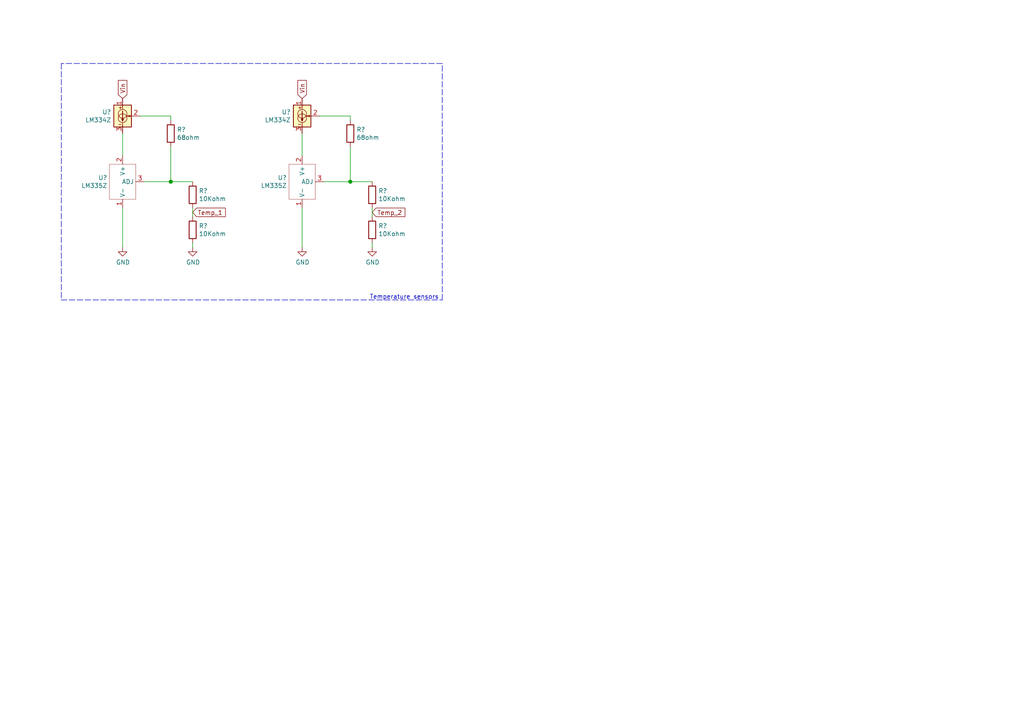
<source format=kicad_sch>
(kicad_sch (version 20210126) (generator eeschema)
  (paper "A4")
  (lib_symbols
    (symbol "00_LIB:LM335Z"
      (property "Reference" "U" (at -7.62 -1.27 0))
      (property "Value" "LM335Z" (at -8.89 1.27 0))
      (symbol "LM335Z_0_1"
        (rectangle (start -3.81 5.08) (end 3.81 -5.08) (stroke (width 0.0006)))
      )
      (symbol "LM335Z_1_1"
        (pin input line (at 0 7.62 270) (length 2.54) (name "V+") (number "2"))
        (pin input line (at 0 -7.62 90) (length 2.54) (name "V-") (number "1"))
        (pin input line (at 6.35 0 180) (length 2.54) (name "ADJ") (number "3"))
      )
    )
    (symbol "Device:R" (pin_numbers hide) (pin_names (offset 0))
      (property "Reference" "R" (at 2.032 0 90))
      (property "Value" "R" (at 0 0 90))
      (symbol "R_0_1"
        (rectangle (start -1.016 -2.54) (end 1.016 2.54) (stroke (width 0.254)))
      )
      (symbol "R_1_1"
        (pin passive line (at 0 3.81 270) (length 1.27) (name "~") (number "1"))
        (pin passive line (at 0 -3.81 90) (length 1.27) (name "~") (number "2"))
      )
    )
    (symbol "Reference_Current:LM334Z"
      (property "Reference" "U" (at 0.635 6.35 0))
      (property "Value" "LM334Z" (at 0.635 4.445 0))
      (symbol "LM334Z_0_1"
        (circle (center 0 -0.635) (radius 1.27))
        (circle (center 0 0.635) (radius 1.27))
        (rectangle (start -2.54 3.175) (end 2.54 -3.175) (stroke (width 0.254)) (fill (type background)))
        (polyline (pts (xy -1.143 -2.413) (xy -0.381 -2.413)))
        (polyline (pts (xy -1.016 2.413) (xy -0.254 2.413)))
        (polyline (pts (xy -0.635 2.794) (xy -0.635 2.032)))
        (polyline (pts (xy 0 -1.905) (xy 0 -5.08)))
        (polyline (pts (xy 0 1.397) (xy 0 -1.397)) (stroke (width 0.254)))
        (polyline (pts (xy 0 5.08) (xy 0 1.905)))
        (polyline (pts (xy 2.54 0) (xy 1.27 0)))
        (polyline (pts (xy 0 -1.397) (xy -0.254 -0.889) (xy 0.254 -0.889) (xy 0 -1.397)) (stroke (width 0.254)))
        (polyline (pts (xy 1.27 0) (xy 2.159 0.254) (xy 2.159 -0.254) (xy 1.27 0)))
      )
      (symbol "LM334Z_1_1"
        (pin passive line (at 0 5.08 270) (length 2.54) (name "~") (number "1"))
        (pin passive line (at 5.08 0 180) (length 2.54) (name "~") (number "2"))
        (pin passive line (at 0 -5.08 90) (length 2.54) (name "~") (number "3"))
      )
    )
    (symbol "power:GND" (power) (pin_names (offset 0))
      (property "Value" "GND" (at 0 -3.81 0))
      (symbol "GND_0_1"
        (polyline (pts (xy 0 0) (xy 0 -1.27) (xy 1.27 -1.27) (xy 0 -2.54) (xy -1.27 -1.27) (xy 0 -1.27)))
      )
      (symbol "GND_1_1"
        (pin power_in line (at 0 0 270) (length 0) hide (name "GND") (number "1"))
      )
    )
  )
  (junction (at 49.53 52.705) (diameter 1.016))
  (junction (at 101.6 52.705) (diameter 1.016))
  (wire (pts (xy 35.56 38.735) (xy 35.56 45.085)))
  (wire (pts (xy 35.56 60.325) (xy 35.56 71.755)))
  (wire (pts (xy 40.64 33.655) (xy 49.53 33.655)))
  (wire (pts (xy 41.91 52.705) (xy 49.53 52.705)))
  (wire (pts (xy 49.53 33.655) (xy 49.53 34.925)))
  (wire (pts (xy 49.53 42.545) (xy 49.53 52.705)))
  (wire (pts (xy 55.88 52.705) (xy 49.53 52.705)))
  (wire (pts (xy 55.88 60.325) (xy 55.88 62.865)))
  (wire (pts (xy 55.88 70.485) (xy 55.88 71.755)))
  (wire (pts (xy 87.63 38.735) (xy 87.63 45.085)))
  (wire (pts (xy 87.63 60.325) (xy 87.63 71.755)))
  (wire (pts (xy 92.71 33.655) (xy 101.6 33.655)))
  (wire (pts (xy 93.98 52.705) (xy 101.6 52.705)))
  (wire (pts (xy 101.6 33.655) (xy 101.6 34.925)))
  (wire (pts (xy 101.6 42.545) (xy 101.6 52.705)))
  (wire (pts (xy 107.95 52.705) (xy 101.6 52.705)))
  (wire (pts (xy 107.95 60.325) (xy 107.95 62.865)))
  (wire (pts (xy 107.95 70.485) (xy 107.95 71.755)))
  (polyline (pts (xy 17.78 18.415) (xy 17.78 86.995)) (stroke (width 0) (type dash)))
  (polyline (pts (xy 17.78 86.995) (xy 128.27 86.995)) (stroke (width 0) (type dash)))
  (polyline (pts (xy 128.27 18.415) (xy 17.78 18.415)) (stroke (width 0) (type dash)))
  (polyline (pts (xy 128.27 86.995) (xy 128.27 18.415)) (stroke (width 0) (type dash)))
  (text "Temperature sensors " (at 128.27 86.995 180) (effects (font (size 1.27 1.27)) (justify right bottom)))
  (global_label "Vin" (shape input) (at 35.56 28.575 90) (property "Intersheet References" "${INTERSHEET_REFS}" (effects hide)))
  (global_label "Temp_1" (shape input) (at 55.88 61.595 0) (property "Intersheet References" "${INTERSHEET_REFS}" (effects hide)))
  (global_label "Vin" (shape input) (at 87.63 28.575 90) (property "Intersheet References" "${INTERSHEET_REFS}" (effects hide)))
  (global_label "Temp_2" (shape input) (at 107.95 61.595 0) (property "Intersheet References" "${INTERSHEET_REFS}" (effects hide)))
  (symbol (lib_id "power:GND") (at 35.56 71.755 0) (unit 1)
    (property "Reference" "#PWR?" (effects hide))
    (property "Value" "GND" (at 35.6743 76.0794 0))
  )
  (symbol (lib_id "power:GND") (at 55.88 71.755 0) (unit 1)
    (property "Reference" "#PWR?" (effects hide))
    (property "Value" "GND" (at 55.9943 76.0794 0))
  )
  (symbol (lib_id "power:GND") (at 87.63 71.755 0) (unit 1)
    (property "Reference" "#PWR?" (effects hide))
    (property "Value" "GND" (at 87.7443 76.0794 0))
  )
  (symbol (lib_id "power:GND") (at 107.95 71.755 0) (unit 1)
    (property "Reference" "#PWR?" (effects hide))
    (property "Value" "GND" (at 108.0643 76.0794 0))
  )
  (symbol (lib_id "Device:R") (at 49.53 38.735 0) (unit 1)
    (property "Reference" "R?" (at 51.3081 37.5856 0) (effects (justify left)))
    (property "Value" "68ohm" (at 51.308 39.884 0) (effects (justify left)))
    (property "Footprint" "Resistor_SMD:R_0805_2012Metric_Pad1.20x1.40mm_HandSolder" (effects hide))
  )
  (symbol (lib_id "Device:R") (at 55.88 56.515 0) (unit 1)
    (property "Reference" "R?" (at 57.6581 55.3656 0) (effects (justify left)))
    (property "Value" "10Kohm" (at 57.658 57.664 0) (effects (justify left)))
    (property "Footprint" "Resistor_SMD:R_0805_2012Metric_Pad1.20x1.40mm_HandSolder" (effects hide))
  )
  (symbol (lib_id "Device:R") (at 55.88 66.675 0) (unit 1)
    (property "Reference" "R?" (at 57.6581 65.5256 0) (effects (justify left)))
    (property "Value" "10Kohm" (at 57.658 67.824 0) (effects (justify left)))
    (property "Footprint" "Resistor_SMD:R_0805_2012Metric_Pad1.20x1.40mm_HandSolder" (effects hide))
  )
  (symbol (lib_id "Device:R") (at 101.6 38.735 0) (unit 1)
    (property "Reference" "R?" (at 103.3781 37.5856 0) (effects (justify left)))
    (property "Value" "68ohm" (at 103.378 39.884 0) (effects (justify left)))
    (property "Footprint" "Resistor_SMD:R_0805_2012Metric_Pad1.20x1.40mm_HandSolder" (effects hide))
  )
  (symbol (lib_id "Device:R") (at 107.95 56.515 0) (unit 1)
    (property "Reference" "R?" (at 109.7281 55.3656 0) (effects (justify left)))
    (property "Value" "10Kohm" (at 109.728 57.664 0) (effects (justify left)))
    (property "Footprint" "Resistor_SMD:R_0805_2012Metric_Pad1.20x1.40mm_HandSolder" (effects hide))
  )
  (symbol (lib_id "Device:R") (at 107.95 66.675 0) (unit 1)
    (property "Reference" "R?" (at 109.7281 65.5256 0) (effects (justify left)))
    (property "Value" "10Kohm" (at 109.728 67.824 0) (effects (justify left)))
    (property "Footprint" "Resistor_SMD:R_0805_2012Metric_Pad1.20x1.40mm_HandSolder" (effects hide))
  )
  (symbol (lib_id "Reference_Current:LM334Z") (at 35.56 33.655 0) (unit 1)
    (property "Reference" "U?" (at 32.2579 32.5056 0) (effects (justify right)))
    (property "Value" "LM334Z" (at 32.2579 34.8043 0) (effects (justify right)))
    (property "Footprint" "Package_TO_SOT_THT:TO-92_Inline" (effects hide))
    (property "Datasheet" "http://www.ti.com/lit/ds/symlink/lm134.pdf" (effects hide))
    (property "Buylink" "C36892" (effects hide))
  )
  (symbol (lib_id "Reference_Current:LM334Z") (at 87.63 33.655 0) (unit 1)
    (property "Reference" "U?" (at 84.3279 32.5056 0) (effects (justify right)))
    (property "Value" "LM334Z" (at 84.3279 34.8043 0) (effects (justify right)))
    (property "Footprint" "Package_TO_SOT_THT:TO-92_Inline" (effects hide))
    (property "Datasheet" "http://www.ti.com/lit/ds/symlink/lm134.pdf" (effects hide))
    (property "Buylink" "C36892" (effects hide))
  )
  (symbol (lib_id "00_LIB:LM335Z") (at 35.56 52.705 0) (unit 1)
    (property "Reference" "U?" (at 31.115 51.556 0) (effects (justify right)))
    (property "Value" "LM335Z" (at 31.115 53.854 0) (effects (justify right)))
    (property "Footprint" "Package_TO_SOT_THT:TO-92_Inline" (effects hide))
    (property "Buylink" "C10629" (effects hide))
  )
  (symbol (lib_id "00_LIB:LM335Z") (at 87.63 52.705 0) (unit 1)
    (property "Reference" "U?" (at 83.185 51.556 0) (effects (justify right)))
    (property "Value" "LM335Z" (at 83.185 53.854 0) (effects (justify right)))
    (property "Footprint" "Package_TO_SOT_THT:TO-92_Inline" (effects hide))
    (property "Buylink" "C10629" (effects hide))
  )
)
</source>
